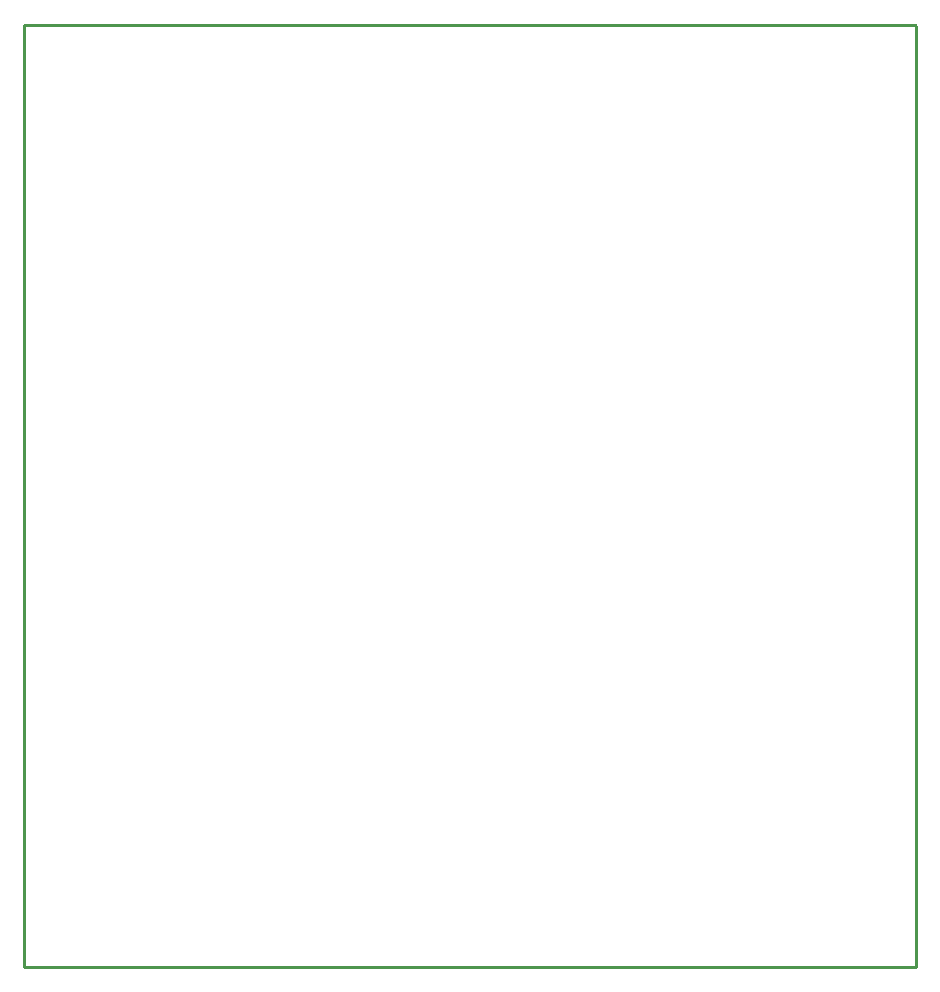
<source format=gko>
G04*
G04 #@! TF.GenerationSoftware,Altium Limited,Altium Designer,19.0.10 (269)*
G04*
G04 Layer_Color=16711935*
%FSLAX25Y25*%
%MOIN*%
G70*
G01*
G75*
%ADD13C,0.01000*%
D13*
X297500D01*
Y313500D01*
X297000Y314000D02*
X297500Y313500D01*
X0Y314000D02*
X297000D01*
X0Y0D02*
Y314000D01*
M02*

</source>
